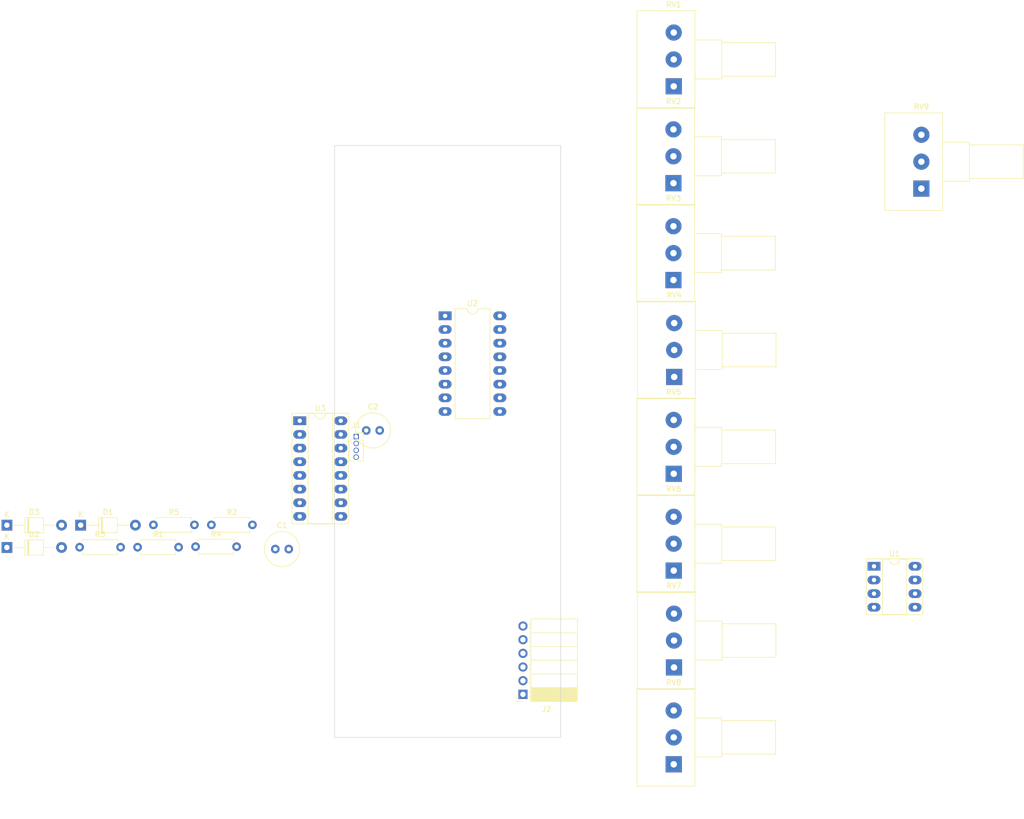
<source format=kicad_pcb>
(kicad_pcb (version 20211014) (generator pcbnew)
  (layers (0 "F.Cu" signal) (31 "B.Cu" signal) (34 "B.Paste" user) (35 "F.Paste" user) (36 "B.SilkS" user "B.Silkscreen") (37 "F.SilkS" user "F.Silkscreen") (38 "B.Mask" user) (39 "F.Mask" user) (44 "Edge.Cuts" user))
  (net 0 "")
  (net 1 "+12V")
  (net 2 "+5V")
  (net 3 "GND")
  (net 4 "-12V")
  (net 5 "/+ref")
  (net 6 "/bin2")
  (net 7 "Net-(U2-Pad4)")
  (net 8 "/bin1")
  (net 9 "Net-(U2-Pad5)")
  (net 10 "/bin0")
  (net 11 "Net-(U2-Pad7)")
  (net 12 "Net-(R1-Pad1)")
  (net 13 "/inh_in")
  (net 14 "Net-(RV1-Pad2)")
  (net 15 "Net-(RV2-Pad2)")
  (net 16 "Net-(RV3-Pad2)")
  (net 17 "Net-(RV4-Pad2)")
  (net 18 "Net-(RV5-Pad2)")
  (net 19 "Net-(RV6-Pad2)")
  (net 20 "Net-(RV7-Pad2)")
  (net 21 "Net-(RV8-Pad2)")
  (net 23 "/v_out")
  (net 24 "Net-(U1-Pad3)")
  (net 32 "/clk_in")
  (footprint "Potentiometer_THT:Potentiometer_Alps_RK163_Single_Horizontal" (layer "F.Cu") (at 211 61 180)
    (fp_text reference "RV9" (at 0 15.2) (layer "F.SilkS"))
    (fp_text value "10k")
    (fp_line (start -3.92 8.62) (end -8.92 8.62) (layer "F.SilkS") (width 0.12))
    (fp_line (start -3.92 14.07) (end -3.92 -4.07) (layer "F.SilkS") (width 0.12))
    (fp_line (start -3.92 1.38) (end -8.92 1.38) (layer "F.SilkS") (width 0.12))
    (fp_line (start 6.82 14.07) (end -3.92 14.07) (layer "F.SilkS") (width 0.12))
    (fp_line (start -18.92 8.12) (end -18.92 1.88) (layer "F.SilkS") (width 0.12))
    (fp_line (start -8.92 8.12) (end -18.92 8.12) (layer "F.SilkS") (width 0.12))
    (fp_line (start 6.82 -4.07) (end -3.92 -4.07) (layer "F.SilkS") (width 0.12))
    (fp_line (start -8.92 1.88) (end -18.92 1.88) (layer "F.SilkS") (width 0.12))
    (fp_line (start 6.82 14.07) (end 6.82 -4.07) (layer "F.SilkS") (width 0.12))
    (fp_line (start -8.92 8.62) (end -8.92 1.38) (layer "F.SilkS") (width 0.12))
    (pad "1" thru_hole rect (at 0 0) (size 3 3) (drill 1.2) (layers *.Cu *.Mask) (net 2 "+5V"))
    (pad "2" thru_hole circle (at 0 5) (size 3 3) (drill 1.2) (layers *.Cu *.Mask) (net 5 "/+ref"))
    (pad "3" thru_hole circle (at 0 10) (size 3 3) (drill 1.2) (layers *.Cu *.Mask) (net 3 "GND"))
  )
  (footprint "Resistor_THT:R_Axial_DIN0207_L6.3mm_D2.5mm_P7.62mm_Horizontal" (layer "F.Cu") (at 68.36 123.5)
    (fp_text reference "R5" (at 3.81 -2.37) (layer "F.SilkS"))
    (fp_text value "R")
    (fp_line (start 0.54 1.37) (end 7.08 1.37) (layer "F.SilkS") (width 0.12))
    (fp_line (start 0.54 -1.37) (end 7.08 -1.37) (layer "F.SilkS") (width 0.12))
    (fp_line (start 7.08 1.37) (end 7.08 1.04) (layer "F.SilkS") (width 0.12))
    (fp_line (start 0.54 -1.04) (end 0.54 -1.37) (layer "F.SilkS") (width 0.12))
    (fp_line (start 0.54 1.04) (end 0.54 1.37) (layer "F.SilkS") (width 0.12))
    (fp_line (start 7.08 -1.37) (end 7.08 -1.04) (layer "F.SilkS") (width 0.12))
    (pad "1" thru_hole circle (at 0 0) (size 1.6 1.6) (drill 0.8) (layers *.Cu *.Mask) (net 6 "/bin2"))
    (pad "2" thru_hole oval (at 7.62 0) (size 1.6 1.6) (drill 0.8) (layers *.Cu *.Mask) (net 3 "GND"))
  )
  (footprint "Diode_THT:D_T-1_P10.16mm_Horizontal" (layer "F.Cu") (at 41.14 123.55)
    (fp_text reference "D3" (at 5.08 -2.42) (layer "F.SilkS"))
    (fp_text value "D")
    (fp_text user "K" (at 0 -2) (layer "F.SilkS"))
    (fp_line (start 6.8 -1.42) (end 3.36 -1.42) (layer "F.SilkS") (width 0.12))
    (fp_line (start 4.08 -1.42) (end 4.08 1.42) (layer "F.SilkS") (width 0.12))
    (fp_line (start 1.24 0) (end 3.36 0) (layer "F.SilkS") (width 0.12))
    (fp_line (start 6.8 1.42) (end 6.8 -1.42) (layer "F.SilkS") (width 0.12))
    (fp_line (start 3.36 1.42) (end 6.8 1.42) (layer "F.SilkS") (width 0.12))
    (fp_line (start 8.92 0) (end 6.8 0) (layer "F.SilkS") (width 0.12))
    (fp_line (start 3.96 -1.42) (end 3.96 1.42) (layer "F.SilkS") (width 0.12))
    (fp_line (start 3.84 -1.42) (end 3.84 1.42) (layer "F.SilkS") (width 0.12))
    (fp_line (start 3.36 -1.42) (end 3.36 1.42) (layer "F.SilkS") (width 0.12))
    (pad "1" thru_hole rect (at 0 0) (size 2 2) (drill 1) (layers *.Cu *.Mask) (net 10 "/bin0"))
    (pad "2" thru_hole oval (at 10.16 0) (size 2 2) (drill 1) (layers *.Cu *.Mask) (net 11 "Net-(U2-Pad7)"))
  )
  (footprint "Package_DIP:DIP-16_W10.16mm_LongPads" (layer "F.Cu") (at 122.54 84.65)
    (fp_text reference "U2" (at 5.08 -2.33) (layer "F.SilkS"))
    (fp_text value "4020")
    (fp_line (start 4.08 -1.33) (end 1.845 -1.33) (layer "F.SilkS") (width 0.12))
    (fp_line (start 1.845 -1.33) (end 1.845 19.11) (layer "F.SilkS") (width 0.12))
    (fp_line (start 1.845 19.11) (end 8.315 19.11) (layer "F.SilkS") (width 0.12))
    (fp_line (start 8.315 -1.33) (end 6.08 -1.33) (layer "F.SilkS") (width 0.12))
    (fp_line (start 8.315 19.11) (end 8.315 -1.33) (layer "F.SilkS") (width 0.12))
    (fp_arc (start 6.08 -1.33) (mid 5.08 -0.33) (end 4.08 -1.33) (layer "F.SilkS") (width 0.12))
    (pad "1" thru_hole rect (at 0 0) (size 2.4 1.6) (drill 0.8) (layers *.Cu *.Mask))
    (pad "2" thru_hole oval (at 0 2.54) (size 2.4 1.6) (drill 0.8) (layers *.Cu *.Mask))
    (pad "3" thru_hole oval (at 0 5.08) (size 2.4 1.6) (drill 0.8) (layers *.Cu *.Mask))
    (pad "4" thru_hole oval (at 0 7.62) (size 2.4 1.6) (drill 0.8) (layers *.Cu *.Mask) (net 7 "Net-(U2-Pad4)"))
    (pad "5" thru_hole oval (at 0 10.16) (size 2.4 1.6) (drill 0.8) (layers *.Cu *.Mask) (net 9 "Net-(U2-Pad5)"))
    (pad "6" thru_hole oval (at 0 12.7) (size 2.4 1.6) (drill 0.8) (layers *.Cu *.Mask))
    (pad "7" thru_hole oval (at 0 15.24) (size 2.4 1.6) (drill 0.8) (layers *.Cu *.Mask) (net 11 "Net-(U2-Pad7)"))
    (pad "8" thru_hole oval (at 0 17.78) (size 2.4 1.6) (drill 0.8) (layers *.Cu *.Mask) (net 3 "GND"))
    (pad "9" thru_hole oval (at 10.16 17.78) (size 2.4 1.6) (drill 0.8) (layers *.Cu *.Mask))
    (pad "10" thru_hole oval (at 10.16 15.24) (size 2.4 1.6) (drill 0.8) (layers *.Cu *.Mask) (net 32 "/clk_in"))
    (pad "11" thru_hole oval (at 10.16 12.7) (size 2.4 1.6) (drill 0.8) (layers *.Cu *.Mask) (net 12 "Net-(R1-Pad1)"))
    (pad "12" thru_hole oval (at 10.16 10.16) (size 2.4 1.6) (drill 0.8) (layers *.Cu *.Mask))
    (pad "13" thru_hole oval (at 10.16 7.62) (size 2.4 1.6) (drill 0.8) (layers *.Cu *.Mask))
    (pad "14" thru_hole oval (at 10.16 5.08) (size 2.4 1.6) (drill 0.8) (layers *.Cu *.Mask))
    (pad "15" thru_hole oval (at 10.16 2.54) (size 2.4 1.6) (drill 0.8) (layers *.Cu *.Mask))
    (pad "16" thru_hole oval (at 10.16 0) (size 2.4 1.6) (drill 0.8) (layers *.Cu *.Mask) (net 2 "+5V"))
  )
  (footprint "Potentiometer_THT:Potentiometer_Alps_RK163_Single_Horizontal" (layer "F.Cu") (at 165 114 180)
    (fp_text reference "RV5" (at 0 15.2) (layer "F.SilkS"))
    (fp_text value "100k")
    (fp_line (start -8.92 1.88) (end -18.92 1.88) (layer "F.SilkS") (width 0.12))
    (fp_line (start 6.82 -4.07) (end -3.92 -4.07) (layer "F.SilkS") (width 0.12))
    (fp_line (start -8.92 8.12) (end -18.92 8.12) (layer "F.SilkS") (width 0.12))
    (fp_line (start 6.82 14.07) (end 6.82 -4.07) (layer "F.SilkS") (width 0.12))
    (fp_line (start -3.92 1.38) (end -8.92 1.38) (layer "F.SilkS") (width 0.12))
    (fp_line (start 6.82 14.07) (end -3.92 14.07) (layer "F.SilkS") (width 0.12))
    (fp_line (start -18.92 8.12) (end -18.92 1.88) (layer "F.SilkS") (width 0.12))
    (fp_line (start -8.92 8.62) (end -8.92 1.38) (layer "F.SilkS") (width 0.12))
    (fp_line (start -3.92 8.62) (end -8.92 8.62) (layer "F.SilkS") (width 0.12))
    (fp_line (start -3.92 14.07) (end -3.92 -4.07) (layer "F.SilkS") (width 0.12))
    (pad "1" thru_hole rect (at 0 0) (size 3 3) (drill 1.2) (layers *.Cu *.Mask) (net 5 "/+ref"))
    (pad "2" thru_hole circle (at 0 5) (size 3 3) (drill 1.2) (layers *.Cu *.Mask) (net 18 "Net-(RV5-Pad2)"))
    (pad "3" thru_hole circle (at 0 10) (size 3 3) (drill 1.2) (layers *.Cu *.Mask) (net 3 "GND"))
  )
  (footprint "Resistor_THT:R_Axial_DIN0207_L6.3mm_D2.5mm_P7.62mm_Horizontal" (layer "F.Cu") (at 65.42 127.65)
    (fp_text reference "R1" (at 3.81 -2.37) (layer "F.SilkS"))
    (fp_text value "R")
    (fp_line (start 7.08 1.37) (end 7.08 1.04) (layer "F.SilkS") (width 0.12))
    (fp_line (start 7.08 -1.37) (end 7.08 -1.04) (layer "F.SilkS") (width 0.12))
    (fp_line (start 0.54 1.04) (end 0.54 1.37) (layer "F.SilkS") (width 0.12))
    (fp_line (start 0.54 -1.37) (end 7.08 -1.37) (layer "F.SilkS") (width 0.12))
    (fp_line (start 0.54 1.37) (end 7.08 1.37) (layer "F.SilkS") (width 0.12))
    (fp_line (start 0.54 -1.04) (end 0.54 -1.37) (layer "F.SilkS") (width 0.12))
    (pad "1" thru_hole circle (at 0 0) (size 1.6 1.6) (drill 0.8) (layers *.Cu *.Mask) (net 12 "Net-(R1-Pad1)"))
    (pad "2" thru_hole oval (at 7.62 0) (size 1.6 1.6) (drill 0.8) (layers *.Cu *.Mask) (net 3 "GND"))
  )
  (footprint "Diode_THT:D_T-1_P10.16mm_Horizontal" (layer "F.Cu") (at 41.14 127.7)
    (fp_text reference "D2" (at 5.08 -2.42) (layer "F.SilkS"))
    (fp_text value "D")
    (fp_text user "K" (at 0 -2) (layer "F.SilkS"))
    (fp_line (start 3.84 -1.42) (end 3.84 1.42) (layer "F.SilkS") (width 0.12))
    (fp_line (start 6.8 1.42) (end 6.8 -1.42) (layer "F.SilkS") (width 0.12))
    (fp_line (start 3.36 -1.42) (end 3.36 1.42) (layer "F.SilkS") (width 0.12))
    (fp_line (start 3.36 1.42) (end 6.8 1.42) (layer "F.SilkS") (width 0.12))
    (fp_line (start 1.24 0) (end 3.36 0) (layer "F.SilkS") (width 0.12))
    (fp_line (start 3.96 -1.42) (end 3.96 1.42) (layer "F.SilkS") (width 0.12))
    (fp_line (start 4.08 -1.42) (end 4.08 1.42) (layer "F.SilkS") (width 0.12))
    (fp_line (start 6.8 -1.42) (end 3.36 -1.42) (layer "F.SilkS") (width 0.12))
    (fp_line (start 8.92 0) (end 6.8 0) (layer "F.SilkS") (width 0.12))
    (pad "1" thru_hole rect (at 0 0) (size 2 2) (drill 1) (layers *.Cu *.Mask) (net 8 "/bin1"))
    (pad "2" thru_hole oval (at 10.16 0) (size 2 2) (drill 1) (layers *.Cu *.Mask) (net 9 "Net-(U2-Pad5)"))
  )
  (footprint "Potentiometer_THT:Potentiometer_Alps_RK163_Single_Horizontal" (layer "F.Cu") (at 165 132 180)
    (fp_text reference "RV6" (at 0 15.2) (layer "F.SilkS"))
    (fp_text value "100k")
    (fp_line (start 6.82 -4.07) (end -3.92 -4.07) (layer "F.SilkS") (width 0.12))
    (fp_line (start -3.92 1.38) (end -8.92 1.38) (layer "F.SilkS") (width 0.12))
    (fp_line (start -8.92 1.88) (end -18.92 1.88) (layer "F.SilkS") (width 0.12))
    (fp_line (start -3.92 8.62) (end -8.92 8.62) (layer "F.SilkS") (width 0.12))
    (fp_line (start -3.92 14.07) (end -3.92 -4.07) (layer "F.SilkS") (width 0.12))
    (fp_line (start -18.92 8.12) (end -18.92 1.88) (layer "F.SilkS") (width 0.12))
    (fp_line (start 6.82 14.07) (end -3.92 14.07) (layer "F.SilkS") (width 0.12))
    (fp_line (start -8.92 8.62) (end -8.92 1.38) (layer "F.SilkS") (width 0.12))
    (fp_line (start -8.92 8.12) (end -18.92 8.12) (layer "F.SilkS") (width 0.12))
    (fp_line (start 6.82 14.07) (end 6.82 -4.07) (layer "F.SilkS") (width 0.12))
    (pad "1" thru_hole rect (at 0 0) (size 3 3) (drill 1.2) (layers *.Cu *.Mask) (net 5 "/+ref"))
    (pad "2" thru_hole circle (at 0 5) (size 3 3) (drill 1.2) (layers *.Cu *.Mask) (net 19 "Net-(RV6-Pad2)"))
    (pad "3" thru_hole circle (at 0 10) (size 3 3) (drill 1.2) (layers *.Cu *.Mask) (net 3 "GND"))
  )
  (footprint "Diode_THT:D_T-1_P10.16mm_Horizontal" (layer "F.Cu") (at 54.85 123.55)
    (fp_text reference "D1" (at 5.08 -2.42) (layer "F.SilkS"))
    (fp_text value "D")
    (fp_text user "K" (at 0 -2) (layer "F.SilkS"))
    (fp_line (start 3.36 1.42) (end 6.8 1.42) (layer "F.SilkS") (width 0.12))
    (fp_line (start 6.8 -1.42) (end 3.36 -1.42) (layer "F.SilkS") (width 0.12))
    (fp_line (start 6.8 1.42) (end 6.8 -1.42) (layer "F.SilkS") (width 0.12))
    (fp_line (start 1.24 0) (end 3.36 0) (layer "F.SilkS") (width 0.12))
    (fp_line (start 3.84 -1.42) (end 3.84 1.42) (layer "F.SilkS") (width 0.12))
    (fp_line (start 3.96 -1.42) (end 3.96 1.42) (layer "F.SilkS") (width 0.12))
    (fp_line (start 8.92 0) (end 6.8 0) (layer "F.SilkS") (width 0.12))
    (fp_line (start 4.08 -1.42) (end 4.08 1.42) (layer "F.SilkS") (width 0.12))
    (fp_line (start 3.36 -1.42) (end 3.36 1.42) (layer "F.SilkS") (width 0.12))
    (pad "1" thru_hole rect (at 0 0) (size 2 2) (drill 1) (layers *.Cu *.Mask) (net 6 "/bin2"))
    (pad "2" thru_hole oval (at 10.16 0) (size 2 2) (drill 1) (layers *.Cu *.Mask) (net 7 "Net-(U2-Pad4)"))
  )
  (footprint "Capacitor_THT:C_Radial_D6.3mm_H11.0mm_P2.50mm" (layer "F.Cu") (at 91 128)
    (fp_text reference "C1" (at 1.25 -4.4) (layer "F.SilkS"))
    (fp_text value "C")
    (fp_circle (center 1.25 0) (end 4.52 0) (layer "F.SilkS") (width 0.12) (fill none))
    (pad "1" thru_hole circle (at 0 0) (size 1.6 1.6) (drill 0.8) (layers *.Cu *.Mask) (net 2 "+5V"))
    (pad "2" thru_hole circle (at 2.5 0) (size 1.6 1.6) (drill 0.8) (layers *.Cu *.Mask) (net 3 "GND"))
  )
  (footprint "Connector_PinSocket_1.27mm:PinSocket_1x04_P1.27mm_Vertical" (layer "F.Cu") (at 106.025 107.1)
    (fp_text reference "J1" (at 0 -2.135) (layer "F.SilkS"))
    (fp_text value "PowerSupply")
    (fp_line (start -1.33 4.505) (end -0.30753 4.505) (layer "F.SilkS") (width 0.12))
    (fp_line (start -1.33 0.635) (end -0.76 0.635) (layer "F.SilkS") (width 0.12))
    (fp_line (start 0.76 0.635) (end 1.33 0.635) (layer "F.SilkS") (width 0.12))
    (fp_line (start 1.33 0.635) (end 1.33 4.505) (layer "F.SilkS") (width 0.12))
    (fp_line (start 0 -0.76) (end 1.33 -0.76) (layer "F.SilkS") (width 0.12))
    (fp_line (start 0.30753 4.505) (end 1.33 4.505) (layer "F.SilkS") (width 0.12))
    (fp_line (start -1.33 0.635) (end -1.33 4.505) (layer "F.SilkS") (width 0.12))
    (fp_line (start 1.33 -0.76) (end 1.33 0) (layer "F.SilkS") (width 0.12))
    (pad "1" thru_hole rect (at 0 0) (size 1 1) (drill 0.7) (layers *.Cu *.Mask) (net 1 "+12V"))
    (pad "2" thru_hole oval (at 0 1.27) (size 1 1) (drill 0.7) (layers *.Cu *.Mask) (net 2 "+5V"))
    (pad "3" thru_hole oval (at 0 2.54) (size 1 1) (drill 0.7) (layers *.Cu *.Mask) (net 3 "GND"))
    (pad "4" thru_hole oval (at 0 3.81) (size 1 1) (drill 0.7) (layers *.Cu *.Mask) (net 4 "-12V"))
  )
  (footprint "Resistor_THT:R_Axial_DIN0207_L6.3mm_D2.5mm_P7.62mm_Horizontal" (layer "F.Cu") (at 54.65 127.65)
    (fp_text reference "R3" (at 3.81 -2.37) (layer "F.SilkS"))
    (fp_text value "R")
    (fp_line (start 0.54 -1.04) (end 0.54 -1.37) (layer "F.SilkS") (width 0.12))
    (fp_line (start 7.08 -1.37) (end 7.08 -1.04) (layer "F.SilkS") (width 0.12))
    (fp_line (start 7.08 1.37) (end 7.08 1.04) (layer "F.SilkS") (width 0.12))
    (fp_line (start 0.54 -1.37) (end 7.08 -1.37) (layer "F.SilkS") (width 0.12))
    (fp_line (start 0.54 1.04) (end 0.54 1.37) (layer "F.SilkS") (width 0.12))
    (fp_line (start 0.54 1.37) (end 7.08 1.37) (layer "F.SilkS") (width 0.12))
    (pad "1" thru_hole circle (at 0 0) (size 1.6 1.6) (drill 0.8) (layers *.Cu *.Mask) (net 10 "/bin0"))
    (pad "2" thru_hole oval (at 7.62 0) (size 1.6 1.6) (drill 0.8) (layers *.Cu *.Mask) (net 3 "GND"))
  )
  (footprint "Potentiometer_THT:Potentiometer_Alps_RK163_Single_Horizontal" (layer "F.Cu") (at 165.05 150 180)
    (fp_text reference "RV7" (at 0 15.2) (layer "F.SilkS"))
    (fp_text value "100k")
    (fp_line (start -3.92 1.38) (end -8.92 1.38) (layer "F.SilkS") (width 0.12))
    (fp_line (start -3.92 8.62) (end -8.92 8.62) (layer "F.SilkS") (width 0.12))
    (fp_line (start 6.82 -4.07) (end -3.92 -4.07) (layer "F.SilkS") (width 0.12))
    (fp_line (start -8.92 8.62) (end -8.92 1.38) (layer "F.SilkS") (width 0.12))
    (fp_line (start -3.92 14.07) (end -3.92 -4.07) (layer "F.SilkS") (width 0.12))
    (fp_line (start 6.82 14.07) (end 6.82 -4.07) (layer "F.SilkS") (width 0.12))
    (fp_line (start -18.92 8.12) (end -18.92 1.88) (layer "F.SilkS") (width 0.12))
    (fp_line (start 6.82 14.07) (end -3.92 14.07) (layer "F.SilkS") (width 0.12))
    (fp_line (start -8.92 8.12) (end -18.92 8.12) (layer "F.SilkS") (width 0.12))
    (fp_line (start -8.92 1.88) (end -18.92 1.88) (layer "F.SilkS") (width 0.12))
    (pad "1" thru_hole rect (at 0 0) (size 3 3) (drill 1.2) (layers *.Cu *.Mask) (net 5 "/+ref"))
    (pad "2" thru_hole circle (at 0 5) (size 3 3) (drill 1.2) (layers *.Cu *.Mask) (net 20 "Net-(RV7-Pad2)"))
    (pad "3" thru_hole circle (at 0 10) (size 3 3) (drill 1.2) (layers *.Cu *.Mask) (net 3 "GND"))
  )
  (footprint "Connector_PinSocket_2.54mm:PinSocket_1x06_P2.54mm_Horizontal" (layer "F.Cu") (at 137 155 180)
    (fp_text reference "J2" (at -4.38 -2.77) (layer "F.SilkS"))
    (fp_text value "Conn_01x06_Female")
    (fp_line (start -10.09 0.67952) (end -1.46 0.67952) (layer "F.SilkS") (width 0.12))
    (fp_line (start -1.46 7.98) (end -1.05 7.98) (layer "F.SilkS") (width 0.12))
    (fp_line (start -1.46 2.9) (end -1.05 2.9) (layer "F.SilkS") (width 0.12))
    (fp_line (start -1.46 4.72) (end -1.05 4.72) (layer "F.SilkS") (width 0.12))
    (fp_line (start -10.09 0.44333) (end -1.46 0.44333) (layer "F.SilkS") (width 0.12))
    (fp_line (start -10.09 -0.383335) (end -1.46 -0.383335) (layer "F.SilkS") (width 0.12))
    (fp_line (start 0 -1.33) (end 1.11 -1.33) (layer "F.SilkS") (width 0.12))
    (fp_line (start -10.09 -0.97381) (end -1.46 -0.97381) (layer "F.SilkS") (width 0.12))
    (fp_line (start -1.46 -0.36) (end -1.11 -0.36) (layer "F.SilkS") (width 0.12))
    (fp_line (start -10.09 14.03) (end -1.46 14.03) (layer "F.SilkS") (width 0.12))
    (fp_line (start -10.09 0.325235) (end -1.46 0.325235) (layer "F.SilkS") (width 0.12))
    (fp_line (start -1.46 0.36) (end -1.11 0.36) (layer "F.SilkS") (width 0.12))
    (fp_line (start -10.09 6.35) (end -1.46 6.35) (layer "F.SilkS") (width 0.12))
    (fp_line (start 1.11 -1.33) (end 1.11 0) (layer "F.SilkS") (width 0.12))
    (fp_line (start -10.09 3.81) (end -1.46 3.81) (layer "F.SilkS") (width 0.12))
    (fp_line (start -10.09 0.089045) (end -1.46 0.089045) (layer "F.SilkS") (width 0.12))
    (fp_line (start -1.46 -1.33) (end -1.46 14.03) (layer "F.SilkS") (width 0.12))
    (fp_line (start -10.09 8.89) (end -1.46 8.89) (layer "F.SilkS") (width 0.12))
    (fp_line (start -10.09 -0.855715) (end -1.46 -0.855715) (layer "F.SilkS") (width 0.12))
    (fp_line (start -10.09 -1.33) (end -10.09 14.03) (layer "F.SilkS") (width 0.12))
    (fp_line (start -10.09 0.561425) (end -1.46 0.561425) (layer "F.SilkS") (width 0.12))
    (fp_line (start -10.09 -0.147145) (end -1.46 -0.147145) (layer "F.SilkS") (width 0.12))
    (fp_line (start -10.09 0.797615) (end -1.46 0.797615) (layer "F.SilkS") (width 0.12))
    (fp_line (start -10.09 -1.33) (end -1.46 -1.33) (layer "F.SilkS") (width 0.12))
    (fp_line (start -10.09 -1.21) (end -1.46 -1.21) (layer "F.SilkS") (width 0.12))
    (fp_line (start -10.09 1.033805) (end -1.46 1.033805) (layer "F.SilkS") (width 0.12))
    (fp_line (start -10.09 0.20714) (end -1.46 0.20714) (layer "F.SilkS") (width 0.12))
    (fp_line (start -10.09 -1.091905) (end -1.46 -1.091905) (layer "F.SilkS") (width 0.12))
    (fp_line (start -1.46 7.26) (end -1.05 7.26) (layer "F.SilkS") (width 0.12))
    (fp_line (start -10.09 1.27) (end -1.46 1.27) (layer "F.SilkS") (width 0.12))
    (fp_line (start -10.09 -0.50143) (end -1.46 -0.50143) (layer "F.SilkS") (width 0.12))
    (fp_line (start -10.09 -0.73762) (end -1.46 -0.73762) (layer "F.SilkS") (width 0.12))
    (fp_line (start -1.46 9.8) (end -1.05 9.8) (layer "F.SilkS") (width 0.12))
    (fp_line (start -1.46 5.44) (end -1.05 5.44) (layer "F.SilkS") (width 0.12))
    (fp_line (start -10.09 11.43) (end -1.46 11.43) (layer "F.SilkS") (width 0.12))
    (fp_line (start -1.46 2.18) (end -1.05 2.18) (layer "F.SilkS") (width 0.12))
    (fp_line (start -1.46 10.52) (end -1.05 10.52) (layer "F.SilkS") (width 0.12))
    (fp_line (start -1.46 12.34) (end -1.05 12.34) (layer "F.SilkS") (width 0.12))
    (fp_line (start -10.09 0.91571) (end -1.46 0.91571) (layer "F.SilkS") (width 0.12))
    (fp_line (start -10.09 -0.02905) (end -1.46 -0.02905) (layer "F.SilkS") (width 0.12))
    (fp_line (start -10.09 -0.26524) (end -1.46 -0.26524) (layer "F.SilkS") (width 0.12))
    (fp_line (start -1.46 13.06) (end -1.05 13.06) (layer "F.SilkS") (width 0.12))
    (fp_line (start -10.09 1.1519) (end -1.46 1.1519) (layer "F.SilkS") (width 0.12))
    (fp_line (start -10.09 -0.619525) (end -1.46 -0.619525) (layer "F.SilkS") (width 0.12))
    (pad "1" thru_hole rect (at 0 0 180) (size 1.7 1.7) (drill 1) (layers *.Cu *.Mask) (net 6 "/bin2"))
    (pad "2" thru_hole oval (at 0 2.54 180) (size 1.7 1.7) (drill 1) (layers *.Cu *.Mask) (net 8 "/bin1"))
    (pad "3" thru_hole oval (at 0 5.08 180) (size 1.7 1.7) (drill 1) (layers *.Cu *.Mask) (net 10 "/bin0"))
    (pad "4" thru_hole oval (at 0 7.62 180) (size 1.7 1.7) (drill 1) (layers *.Cu *.Mask) (net 13 "/inh_in"))
    (pad "5" thru_hole oval (at 0 10.16 180) (size 1.7 1.7) (drill 1) (layers *.Cu *.Mask) (net 32 "/clk_in"))
    (pad "6" thru_hole oval (at 0 12.7 180) (size 1.7 1.7) (drill 1) (layers *.Cu *.Mask) (net 23 "/v_out"))
  )
  (footprint "Potentiometer_THT:Potentiometer_Alps_RK163_Single_Horizontal" (layer "F.Cu") (at 165 168 180)
    (fp_text reference "RV8" (at 0 15.2) (layer "F.SilkS"))
    (fp_text value "100k")
    (fp_line (start -8.92 8.62) (end -8.92 1.38) (layer "F.SilkS") (width 0.12))
    (fp_line (start -3.92 1.38) (end -8.92 1.38) (layer "F.SilkS") (width 0.12))
    (fp_line (start -3.92 14.07) (end -3.92 -4.07) (layer "F.SilkS") (width 0.12))
    (fp_line (start -18.92 8.12) (end -18.92 1.88) (layer "F.SilkS") (width 0.12))
    (fp_line (start -8.92 8.12) (end -18.92 8.12) (layer "F.SilkS") (width 0.12))
    (fp_line (start -3.92 8.62) (end -8.92 8.62) (layer "F.SilkS") (width 0.12))
    (fp_line (start 6.82 -4.07) (end -3.92 -4.07) (layer "F.SilkS") (width 0.12))
    (fp_line (start 6.82 14.07) (end -3.92 14.07) (layer "F.SilkS") (width 0.12))
    (fp_line (start -8.92 1.88) (end -18.92 1.88) (layer "F.SilkS") (width 0.12))
    (fp_line (start 6.82 14.07) (end 6.82 -4.07) (layer "F.SilkS") (width 0.12))
    (pad "1" thru_hole rect (at 0 0) (size 3 3) (drill 1.2) (layers *.Cu *.Mask) (net 5 "/+ref"))
    (pad "2" thru_hole circle (at 0 5) (size 3 3) (drill 1.2) (layers *.Cu *.Mask) (net 21 "Net-(RV8-Pad2)"))
    (pad "3" thru_hole circle (at 0 10) (size 3 3) (drill 1.2) (layers *.Cu *.Mask) (net 3 "GND"))
  )
  (footprint "Package_DIP:DIP-16_W7.62mm_Socket_LongPads" (layer "F.Cu") (at 95.54 104.15)
    (fp_text reference "U3" (at 3.81 -2.33) (layer "F.SilkS"))
    (fp_text value "CD4051B")
    (fp_line (start 1.56 -1.33) (end 1.56 19.11) (layer "F.SilkS") (width 0.12))
    (fp_line (start -1.44 19.17) (end 9.06 19.17) (layer "F.SilkS") (width 0.12))
    (fp_line (start 2.81 -1.33) (end 1.56 -1.33) (layer "F.SilkS") (width 0.12))
    (fp_line (start 9.06 -1.39) (end -1.44 -1.39) (layer "F.SilkS") (width 0.12))
    (fp_line (start 6.06 19.11) (end 6.06 -1.33) (layer "F.SilkS") (width 0.12))
    (fp_line (start 9.06 19.17) (end 9.06 -1.39) (layer "F.SilkS") (width 0.12))
    (fp_line (start 1.56 19.11) (end 6.06 19.11) (layer "F.SilkS") (width 0.12))
    (fp_line (start 6.06 -1.33) (end 4.81 -1.33) (layer "F.SilkS") (width 0.12))
    (fp_line (start -1.44 -1.39) (end -1.44 19.17) (layer "F.SilkS") (width 0.12))
    (fp_arc (start 4.81 -1.33) (mid 3.81 -0.33) (end 2.81 -1.33) (layer "F.SilkS") (width 0.12))
    (pad "1" thru_hole rect (at 0 0) (size 2.4 1.6) (drill 0.8) (layers *.Cu *.Mask) (net 18 "Net-(RV5-Pad2)"))
    (pad "2" thru_hole oval (at 0 2.54) (size 2.4 1.6) (drill 0.8) (layers *.Cu *.Mask) (net 20 "Net-(RV7-Pad2)"))
    (pad "3" thru_hole oval (at 0 5.08) (size 2.4 1.6) (drill 0.8) (layers *.Cu *.Mask) (net 24 "Net-(U1-Pad3)"))
    (pad "4" thru_hole oval (at 0 7.62) (size 2.4 1.6) (drill 0.8) (layers *.Cu *.Mask) (net 21 "Net-(RV8-Pad2)"))
    (pad "5" thru_hole oval (at 0 10.16) (size 2.4 1.6) (drill 0.8) (layers *.Cu *.Mask) (net 19 "Net-(RV6-Pad2)"))
    (pad "6" thru_hole oval (at 0 12.7) (size 2.4 1.6) (drill 0.8) (layers *.Cu *.Mask) (net 13 "/inh_in"))
    (pad "7" thru_hole oval (at 0 15.24) (size 2.4 1.6) (drill 0.8) (layers *.Cu *.Mask) (net 3 "GND"))
    (pad "8" thru_hole oval (at 0 17.78) (size 2.4 1.6) (drill 0.8) (layers *.Cu *.Mask) (net 3 "GND"))
    (pad "9" thru_hole oval (at 7.62 17.78) (size 2.4 1.6) (drill 0.8) (layers *.Cu *.Mask) (net 6 "/bin2"))
    (pad "10" thru_hole oval (at 7.62 15.24) (size 2.4 1.6) (drill 0.8) (layers *.Cu *.Mask) (net 8 "/bin1"))
    (pad "11" thru_hole oval (at 7.62 12.7) (size 2.4 1.6) (drill 0.8) (layers *.Cu *.Mask) (net 10 "/bin0"))
    (pad "12" thru_hole oval (at 7.62 10.16) (size 2.4 1.6) (drill 0.8) (layers *.Cu *.Mask) (net 17 "Net-(RV4-Pad2)"))
    (pad "13" thru_hole oval (at 7.62 7.62) (size 2.4 1.6) (drill 0.8) (layers *.Cu *.Mask) (net 14 "Net-(RV1-Pad2)"))
    (pad "14" thru_hole oval (at 7.62 5.08) (size 2.4 1.6) (drill 0.8) (layers *.Cu *.Mask) (net 15 "Net-(RV2-Pad2)"))
    (pad "15" thru_hole oval (at 7.62 2.54) (size 2.4 1.6) (drill 0.8) (layers *.Cu *.Mask) (net 16 "Net-(RV3-Pad2)"))
    (pad "16" thru_hole oval (at 7.62 0) (size 2.4 1.6) (drill 0.8) (layers *.Cu *.Mask) (net 2 "+5V"))
  )
  (footprint "Resistor_THT:R_Axial_DIN0207_L6.3mm_D2.5mm_P7.62mm_Horizontal" (layer "F.Cu") (at 79.13 123.5)
    (fp_text reference "R2" (at 3.81 -2.37) (layer "F.SilkS"))
    (fp_text value "R")
    (fp_line (start 0.54 1.04) (end 0.54 1.37) (layer "F.SilkS") (width 0.12))
    (fp_line (start 0.54 -1.04) (end 0.54 -1.37) (layer "F.SilkS") (width 0.12))
    (fp_line (start 7.08 -1.37) (end 7.08 -1.04) (layer "F.SilkS") (width 0.12))
    (fp_line (start 7.08 1.37) (end 7.08 1.04) (layer "F.SilkS") (width 0.12))
    (fp_line (start 0.54 -1.37) (end 7.08 -1.37) (layer "F.SilkS") (width 0.12))
    (fp_line (start 0.54 1.37) (end 7.08 1.37) (layer "F.SilkS") (width 0.12))
    (pad "1" thru_hole circle (at 0 0) (size 1.6 1.6) (drill 0.8) (layers *.Cu *.Mask) (net 13 "/inh_in"))
    (pad "2" thru_hole oval (at 7.62 0) (size 1.6 1.6) (drill 0.8) (layers *.Cu *.Mask) (net 3 "GND"))
  )
  (footprint "Capacitor_THT:C_Radial_D6.3mm_H11.0mm_P2.50mm" (layer "F.Cu") (at 107.89 105.95)
    (fp_text reference "C2" (at 1.25 -4.4) (layer "F.SilkS"))
    (fp_text value "C")
    (fp_circle (center 1.25 0) (end 4.52 0) (layer "F.SilkS") (width 0.12) (fill none))
    (pad "1" thru_hole circle (at 0 0) (size 1.6 1.6) (drill 0.8) (layers *.Cu *.Mask) (net 5 "/+ref"))
    (pad "2" thru_hole circle (at 2.5 0) (size 1.6 1.6) (drill 0.8) (layers *.Cu *.Mask) (net 3 "GND"))
  )
  (footprint "Potentiometer_THT:Potentiometer_Alps_RK163_Single_Horizontal" (layer "F.Cu") (at 164.95 60 180)
    (fp_text reference "RV2" (at 0 15.2) (layer "F.SilkS"))
    (fp_text value "100k")
    (fp_line (start 6.82 -4.07) (end -3.92 -4.07) (layer "F.SilkS") (width 0.12))
    (fp_line (start -8.92 1.88) (end -18.92 1.88) (layer "F.SilkS") (width 0.12))
    (fp_line (start 6.82 14.07) (end 6.82 -4.07) (layer "F.SilkS") (width 0.12))
    (fp_line (start -18.92 8.12) (end -18.92 1.88) (layer "F.SilkS") (width 0.12))
    (fp_line (start -8.92 8.12) (end -18.92 8.12) (layer "F.SilkS") (width 0.12))
    (fp_line (start -3.92 1.38) (end -8.92 1.38) (layer "F.SilkS") (width 0.12))
    (fp_line (start -3.92 14.07) (end -3.92 -4.07) (layer "F.SilkS") (width 0.12))
    (fp_line (start -8.92 8.62) (end -8.92 1.38) (layer "F.SilkS") (width 0.12))
    (fp_line (start 6.82 14.07) (end -3.92 14.07) (layer "F.SilkS") (width 0.12))
    (fp_line (start -3.92 8.62) (end -8.92 8.62) (layer "F.SilkS") (width 0.12))
    (pad "1" thru_hole rect (at 0 0) (size 3 3) (drill 1.2) (layers *.Cu *.Mask) (net 5 "/+ref"))
    (pad "2" thru_hole circle (at 0 5) (size 3 3) (drill 1.2) (layers *.Cu *.Mask) (net 15 "Net-(RV2-Pad2)"))
    (pad "3" thru_hole circle (at 0 10) (size 3 3) (drill 1.2) (layers *.Cu *.Mask) (net 3 "GND"))
  )
  (footprint "Potentiometer_THT:Potentiometer_Alps_RK163_Single_Horizontal" (layer "F.Cu") (at 164.95 78 180)
    (fp_text reference "RV3" (at 0 15.2) (layer "F.SilkS"))
    (fp_text value "100k")
    (fp_line (start -3.92 14.07) (end -3.92 -4.07) (layer "F.SilkS") (width 0.12))
    (fp_line (start -8.92 1.88) (end -18.92 1.88) (layer "F.SilkS") (width 0.12))
    (fp_line (start -8.92 8.12) (end -18.92 8.12) (layer "F.SilkS") (width 0.12))
    (fp_line (start 6.82 -4.07) (end -3.92 -4.07) (layer "F.SilkS") (width 0.12))
    (fp_line (start 6.82 14.07) (end 6.82 -4.07) (layer "F.SilkS") (width 0.12))
    (fp_line (start -3.92 8.62) (end -8.92 8.62) (layer "F.SilkS") (width 0.12))
    (fp_line (start -3.92 1.38) (end -8.92 1.38) (layer "F.SilkS") (width 0.12))
    (fp_line (start -8.92 8.62) (end -8.92 1.38) (layer "F.SilkS") (width 0.12))
    (fp_line (start -18.92 8.12) (end -18.92 1.88) (layer "F.SilkS") (width 0.12))
    (fp_line (start 6.82 14.07) (end -3.92 14.07) (layer "F.SilkS") (width 0.12))
    (pad "1" thru_hole rect (at 0 0) (size 3 3) (drill 1.2) (layers *.Cu *.Mask) (net 5 "/+ref"))
    (pad "2" thru_hole circle (at 0 5) (size 3 3) (drill 1.2) (layers *.Cu *.Mask) (net 16 "Net-(RV3-Pad2)"))
    (pad "3" thru_hole circle (at 0 10) (size 3 3) (drill 1.2) (layers *.Cu *.Mask) (net 3 "GND"))
  )
  (footprint "Potentiometer_THT:Potentiometer_Alps_RK163_Single_Horizontal" (layer "F.Cu") (at 165 42 180)
    (fp_text reference "RV1" (at 0 15.2) (layer "F.SilkS"))
    (fp_text value "100k")
    (fp_line (start -3.92 14.07) (end -3.92 -4.07) (layer "F.SilkS") (width 0.12))
    (fp_line (start -3.92 1.38) (end -8.92 1.38) (layer "F.SilkS") (width 0.12))
    (fp_line (start -18.92 8.12) (end -18.92 1.88) (layer "F.SilkS") (width 0.12))
    (fp_line (start -8.92 1.88) (end -18.92 1.88) (layer "F.SilkS") (width 0.12))
    (fp_line (start 6.82 -4.07) (end -3.92 -4.07) (layer "F.SilkS") (width 0.12))
    (fp_line (start -8.92 8.62) (end -8.92 1.38) (layer "F.SilkS") (width 0.12))
    (fp_line (start -8.92 8.12) (end -18.92 8.12) (layer "F.SilkS") (width 0.12))
    (fp_line (start -3.92 8.62) (end -8.92 8.62) (layer "F.SilkS") (width 0.12))
    (fp_line (start 6.82 14.07) (end -3.92 14.07) (layer "F.SilkS") (width 0.12))
    (fp_line (start 6.82 14.07) (end 6.82 -4.07) (layer "F.SilkS") (width 0.12))
    (pad "1" thru_hole rect (at 0 0) (size 3 3) (drill 1.2) (layers *.Cu *.Mask) (net 5 "/+ref"))
    (pad "2" thru_hole circle (at 0 5) (size 3 3) (drill 1.2) (layers *.Cu *.Mask) (net 14 "Net-(RV1-Pad2)"))
    (pad "3" thru_hole circle (at 0 10) (size 3 3) (drill 1.2) (layers *.Cu *.Mask) (net 3 "GND"))
  )
  (footprint "Resistor_THT:R_Axial_DIN0207_L6.3mm_D2.5mm_P7.62mm_Horizontal" (layer "F.Cu") (at 76.19 127.55)
    (fp_text reference "R4" (at 3.81 -2.37) (layer "F.SilkS"))
    (fp_text value "R")
    (fp_line (start 0.54 1.04) (end 0.54 1.37) (layer "F.SilkS") (width 0.12))
    (fp_line (start 7.08 1.37) (end 7.08 1.04) (layer "F.SilkS") (width 0.12))
    (fp_line (start 0.54 -1.37) (end 7.08 -1.37) (layer "F.SilkS") (width 0.12))
    (fp_line (start 7.08 -1.37) (end 7.08 -1.04) (layer "F.SilkS") (width 0.12))
    (fp_line (start 0.54 -1.04) (end 0.54 -1.37) (layer "F.SilkS") (width 0.12))
    (fp_line (start 0.54 1.37) (end 7.08 1.37) (layer "F.SilkS") (width 0.12))
    (pad "1" thru_hole circle (at 0 0) (size 1.6 1.6) (drill 0.8) (layers *.Cu *.Mask) (net 8 "/bin1"))
    (pad "2" thru_hole oval (at 7.62 0) (size 1.6 1.6) (drill 0.8) (layers *.Cu *.Mask) (net 3 "GND"))
  )
  (footprint "Package_DIP:DIP-8_W7.62mm_Socket_LongPads" (layer "F.Cu") (at 202.2 131.2)
    (fp_text reference "U1" (at 3.81 -2.33) (layer "F.SilkS"))
    (fp_text value "LM741")
    (fp_line (start 2.81 -1.33) (end 1.56 -1.33) (layer "F.SilkS") (width 0.12))
    (fp_line (start 9.06 -1.39) (end -1.44 -1.39) (layer "F.SilkS") (width 0.12))
    (fp_line (start -1.44 9.01) (end 9.06 9.01) (layer "F.SilkS") (width 0.12))
    (fp_line (start 1.56 -1.33) (end 1.56 8.95) (layer "F.SilkS") (width 0.12))
    (fp_line (start 6.06 8.95) (end 6.06 -1.33) (layer "F.SilkS") (width 0.12))
    (fp_line (start 9.06 9.01) (end 9.06 -1.39) (layer "F.SilkS") (width 0.12))
    (fp_line (start 1.56 8.95) (end 6.06 8.95) (layer "F.SilkS") (width 0.12))
    (fp_line (start 6.06 -1.33) (end 4.81 -1.33) (layer "F.SilkS") (width 0.12))
    (fp_line (start -1.44 -1.39) (end -1.44 9.01) (layer "F.SilkS") (width 0.12))
    (fp_arc (start 4.81 -1.33) (mid 3.81 -0.33) (end 2.81 -1.33) (layer "F.SilkS") (width 0.12))
    (pad "1" thru_hole rect (at 0 0) (size 2.4 1.6) (drill 0.8) (layers *.Cu *.Mask))
    (pad "2" thru_hole oval (at 0 2.54) (size 2.4 1.6) (drill 0.8) (layers *.Cu *.Mask) (net 23 "/v_out"))
    (pad "3" thru_hole oval (at 0 5.08) (size 2.4 1.6) (drill 0.8) (layers *.Cu *.Mask) (net 24 "Net-(U1-Pad3)"))
    (pad "4" thru_hole oval (at 0 7.62) (size 2.4 1.6) (drill 0.8) (layers *.Cu *.Mask) (net 3 "GND"))
    (pad "5" thru_hole oval (at 7.62 7.62) (size 2.4 1.6) (drill 0.8) (layers *.Cu *.Mask))
    (pad "6" thru_hole oval (at 7.62 5.08) (size 2.4 1.6) (drill 0.8) (layers *.Cu *.Mask) (net 23 "/v_out"))
    (pad "7" thru_hole oval (at 7.62 2.54) (size 2.4 1.6) (drill 0.8) (layers *.Cu *.Mask) (net 2 "+5V"))
    (pad "8" thru_hole oval (at 7.62 0) (size 2.4 1.6) (drill 0.8) (layers *.Cu *.Mask))
  )
  (footprint "Potentiometer_THT:Potentiometer_Alps_RK163_Single_Horizontal" (layer "F.Cu") (at 165.09 96 180)
    (fp_text reference "RV4" (at 0 15.2) (layer "F.SilkS"))
    (fp_text value "100k")
    (fp_line (start 6.82 14.07) (end -3.92 14.07) (layer "F.SilkS") (width 0.12))
    (fp_line (start -8.92 8.12) (end -18.92 8.12) (layer "F.SilkS") (width 0.12))
    (fp_line (start -3.92 14.07) (end -3.92 -4.07) (layer "F.SilkS") (width 0.12))
    (fp_line (start -8.92 8.62) (end -8.92 1.38) (layer "F.SilkS") (width 0.12))
    (fp_line (start -3.92 1.38) (end -8.92 1.38) (layer "F.SilkS") (width 0.12))
    (fp_line (start -8.92 1.88) (end -18.92 1.88) (layer "F.SilkS") (width 0.12))
    (fp_line (start 6.82 14.07) (end 6.82 -4.07) (layer "F.SilkS") (width 0.12))
    (fp_line (start -3.92 8.62) (end -8.92 8.62) (layer "F.SilkS") (width 0.12))
    (fp_line (start -18.92 8.12) (end -18.92 1.88) (layer "F.SilkS") (width 0.12))
    (fp_line (start 6.82 -4.07) (end -3.92 -4.07) (layer "F.SilkS") (width 0.12))
    (pad "1" thru_hole rect (at 0 0) (size 3 3) (drill 1.2) (layers *.Cu *.Mask) (net 5 "/+ref"))
    (pad "2" thru_hole circle (at 0 5) (size 3 3) (drill 1.2) (layers *.Cu *.Mask) (net 17 "Net-(RV4-Pad2)"))
    (pad "3" thru_hole circle (at 0 10) (size 3 3) (drill 1.2) (layers *.Cu *.Mask) (net 3 "GND"))
  )
  (gr_rect (start 144 53) (end 102 163) (layer "Edge.Cuts") (width 0.1) (fill none))
)
</source>
